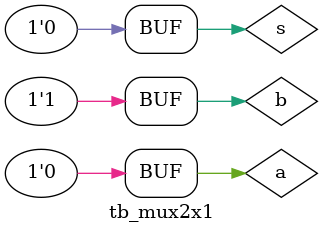
<source format=v>
`timescale 1ns/1ps
module tb_mux2x1;
  reg a,b,s;
  wire y;
   mux2x1 ins1(a,b,s,y);
  initial
begin
  $dumpfile("mux2x1.vcd");
 $dumpvars(1);
end
initial
begin
     a=1'b0; b=1'b1;
     s=1'b0;
  #5 s=1'b1;
  #5 s=1'b0;
end
initial
  $monitor("simtime=%0g, a=%b, b=%b, s=%b, y=%b", $time, a,b,s,y);
endmodule

</source>
